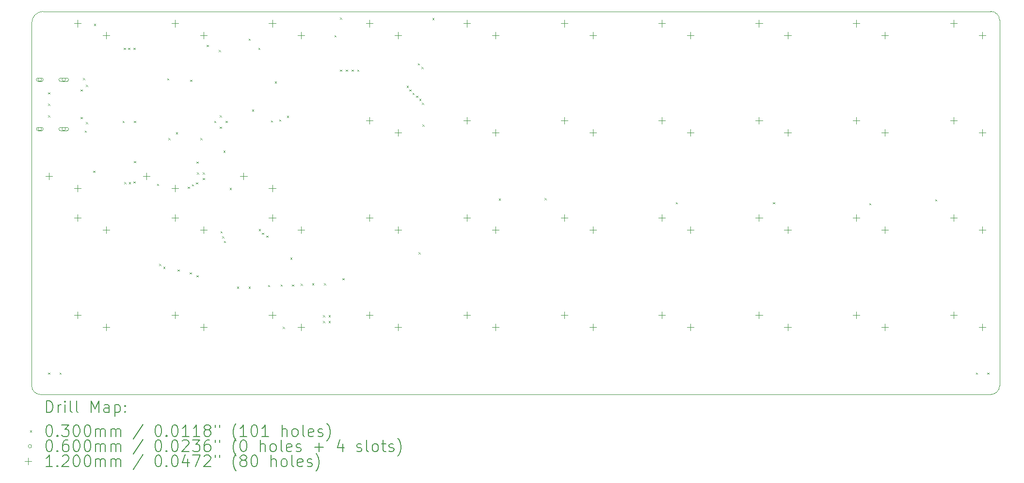
<source format=gbr>
%TF.GenerationSoftware,KiCad,Pcbnew,8.0.9-8.0.9-0~ubuntu22.04.1*%
%TF.CreationDate,2025-05-22T00:01:45+08:00*%
%TF.ProjectId,macropad,6d616372-6f70-4616-942e-6b696361645f,rev?*%
%TF.SameCoordinates,Original*%
%TF.FileFunction,Drillmap*%
%TF.FilePolarity,Positive*%
%FSLAX45Y45*%
G04 Gerber Fmt 4.5, Leading zero omitted, Abs format (unit mm)*
G04 Created by KiCad (PCBNEW 8.0.9-8.0.9-0~ubuntu22.04.1) date 2025-05-22 00:01:45*
%MOMM*%
%LPD*%
G01*
G04 APERTURE LIST*
%ADD10C,0.050000*%
%ADD11C,0.200000*%
%ADD12C,0.100000*%
%ADD13C,0.120000*%
G04 APERTURE END LIST*
D10*
X5450000Y-12470000D02*
G75*
G02*
X5300000Y-12320000I0J150000D01*
G01*
X5450000Y-12470000D02*
X22050000Y-12470000D01*
X22200000Y-12320000D02*
G75*
G02*
X22050000Y-12470000I-150000J0D01*
G01*
X22050000Y-5770000D02*
G75*
G02*
X22200000Y-5920000I0J-150000D01*
G01*
X5500000Y-5770000D02*
X22050000Y-5770000D01*
X5300000Y-5970000D02*
G75*
G02*
X5500000Y-5770000I200000J0D01*
G01*
X22200000Y-12320000D02*
X22200000Y-5920000D01*
X5300000Y-5970000D02*
X5300000Y-12320000D01*
D11*
D12*
X5585000Y-7185000D02*
X5615000Y-7215000D01*
X5615000Y-7185000D02*
X5585000Y-7215000D01*
X5585000Y-7385000D02*
X5615000Y-7415000D01*
X5615000Y-7385000D02*
X5585000Y-7415000D01*
X5585000Y-7585000D02*
X5615000Y-7615000D01*
X5615000Y-7585000D02*
X5585000Y-7615000D01*
X5585000Y-12085000D02*
X5615000Y-12115000D01*
X5615000Y-12085000D02*
X5585000Y-12115000D01*
X5785000Y-12085000D02*
X5815000Y-12115000D01*
X5815000Y-12085000D02*
X5785000Y-12115000D01*
X6155000Y-7135000D02*
X6185000Y-7165000D01*
X6185000Y-7135000D02*
X6155000Y-7165000D01*
X6155000Y-7615000D02*
X6185000Y-7645000D01*
X6185000Y-7615000D02*
X6155000Y-7645000D01*
X6195000Y-6935000D02*
X6225000Y-6965000D01*
X6225000Y-6935000D02*
X6195000Y-6965000D01*
X6225000Y-7855000D02*
X6255000Y-7885000D01*
X6255000Y-7855000D02*
X6225000Y-7885000D01*
X6245000Y-7055000D02*
X6275000Y-7085000D01*
X6275000Y-7055000D02*
X6245000Y-7085000D01*
X6245000Y-7705000D02*
X6275000Y-7735000D01*
X6275000Y-7705000D02*
X6245000Y-7735000D01*
X6375000Y-8555000D02*
X6405000Y-8585000D01*
X6405000Y-8555000D02*
X6375000Y-8585000D01*
X6385000Y-5985000D02*
X6415000Y-6015000D01*
X6415000Y-5985000D02*
X6385000Y-6015000D01*
X6885000Y-7685000D02*
X6915000Y-7715000D01*
X6915000Y-7685000D02*
X6885000Y-7715000D01*
X6905000Y-6405000D02*
X6935000Y-6435000D01*
X6935000Y-6405000D02*
X6905000Y-6435000D01*
X6915000Y-8755000D02*
X6945000Y-8785000D01*
X6945000Y-8755000D02*
X6915000Y-8785000D01*
X6985000Y-6405000D02*
X7015000Y-6435000D01*
X7015000Y-6405000D02*
X6985000Y-6435000D01*
X6995000Y-8755000D02*
X7025000Y-8785000D01*
X7025000Y-8755000D02*
X6995000Y-8785000D01*
X7075962Y-8744038D02*
X7105962Y-8774038D01*
X7105962Y-8744038D02*
X7075962Y-8774038D01*
X7075962Y-6405962D02*
X7105962Y-6435962D01*
X7105962Y-6405962D02*
X7075962Y-6435962D01*
X7085000Y-7685000D02*
X7115000Y-7715000D01*
X7115000Y-7685000D02*
X7085000Y-7715000D01*
X7085000Y-8385000D02*
X7115000Y-8415000D01*
X7115000Y-8385000D02*
X7085000Y-8415000D01*
X7485000Y-8785000D02*
X7515000Y-8815000D01*
X7515000Y-8785000D02*
X7485000Y-8815000D01*
X7525000Y-10185000D02*
X7555000Y-10215000D01*
X7555000Y-10185000D02*
X7525000Y-10215000D01*
X7595000Y-10235000D02*
X7625000Y-10265000D01*
X7625000Y-10235000D02*
X7595000Y-10265000D01*
X7666250Y-6940000D02*
X7696250Y-6970000D01*
X7696250Y-6940000D02*
X7666250Y-6970000D01*
X7685000Y-7985000D02*
X7715000Y-8015000D01*
X7715000Y-7985000D02*
X7685000Y-8015000D01*
X7815000Y-7885000D02*
X7845000Y-7915000D01*
X7845000Y-7885000D02*
X7815000Y-7915000D01*
X7845000Y-10285000D02*
X7875000Y-10315000D01*
X7875000Y-10285000D02*
X7845000Y-10315000D01*
X8025000Y-8835000D02*
X8055000Y-8865000D01*
X8055000Y-8835000D02*
X8025000Y-8865000D01*
X8060000Y-10335000D02*
X8090000Y-10365000D01*
X8090000Y-10335000D02*
X8060000Y-10365000D01*
X8065000Y-6965000D02*
X8095000Y-6995000D01*
X8095000Y-6965000D02*
X8065000Y-6995000D01*
X8095000Y-8795000D02*
X8125000Y-8825000D01*
X8125000Y-8795000D02*
X8095000Y-8825000D01*
X8166554Y-8759223D02*
X8196554Y-8789223D01*
X8196554Y-8759223D02*
X8166554Y-8789223D01*
X8175000Y-8395000D02*
X8205000Y-8425000D01*
X8205000Y-8395000D02*
X8175000Y-8425000D01*
X8175000Y-10385000D02*
X8205000Y-10415000D01*
X8205000Y-10385000D02*
X8175000Y-10415000D01*
X8185000Y-8585000D02*
X8215000Y-8615000D01*
X8215000Y-8585000D02*
X8185000Y-8615000D01*
X8245000Y-7985000D02*
X8275000Y-8015000D01*
X8275000Y-7985000D02*
X8245000Y-8015000D01*
X8285000Y-8585000D02*
X8315000Y-8615000D01*
X8315000Y-8585000D02*
X8285000Y-8615000D01*
X8285000Y-8685000D02*
X8315000Y-8715000D01*
X8315000Y-8685000D02*
X8285000Y-8715000D01*
X8355000Y-6355000D02*
X8385000Y-6385000D01*
X8385000Y-6355000D02*
X8355000Y-6385000D01*
X8485000Y-7685000D02*
X8515000Y-7715000D01*
X8515000Y-7685000D02*
X8485000Y-7715000D01*
X8565000Y-6445000D02*
X8595000Y-6475000D01*
X8595000Y-6445000D02*
X8565000Y-6475000D01*
X8585000Y-7585000D02*
X8615000Y-7615000D01*
X8615000Y-7585000D02*
X8585000Y-7615000D01*
X8585000Y-7785000D02*
X8615000Y-7815000D01*
X8615000Y-7785000D02*
X8585000Y-7815000D01*
X8595000Y-9615000D02*
X8625000Y-9645000D01*
X8625000Y-9615000D02*
X8595000Y-9645000D01*
X8625000Y-9705000D02*
X8655000Y-9735000D01*
X8655000Y-9705000D02*
X8625000Y-9735000D01*
X8645000Y-8205000D02*
X8675000Y-8235000D01*
X8675000Y-8205000D02*
X8645000Y-8235000D01*
X8656514Y-9785000D02*
X8686514Y-9815000D01*
X8686514Y-9785000D02*
X8656514Y-9815000D01*
X8685000Y-7685000D02*
X8715000Y-7715000D01*
X8715000Y-7685000D02*
X8685000Y-7715000D01*
X8755000Y-8855000D02*
X8785000Y-8885000D01*
X8785000Y-8855000D02*
X8755000Y-8885000D01*
X8885000Y-10585000D02*
X8915000Y-10615000D01*
X8915000Y-10585000D02*
X8885000Y-10615000D01*
X9085000Y-6245000D02*
X9115000Y-6275000D01*
X9115000Y-6245000D02*
X9085000Y-6275000D01*
X9085000Y-10585000D02*
X9115000Y-10615000D01*
X9115000Y-10585000D02*
X9085000Y-10615000D01*
X9145000Y-7485000D02*
X9175000Y-7515000D01*
X9175000Y-7485000D02*
X9145000Y-7515000D01*
X9255000Y-6405000D02*
X9285000Y-6435000D01*
X9285000Y-6405000D02*
X9255000Y-6435000D01*
X9263826Y-9575000D02*
X9293826Y-9605000D01*
X9293826Y-9575000D02*
X9263826Y-9605000D01*
X9321207Y-9640000D02*
X9351207Y-9670000D01*
X9351207Y-9640000D02*
X9321207Y-9670000D01*
X9393981Y-9690000D02*
X9423981Y-9720000D01*
X9423981Y-9690000D02*
X9393981Y-9720000D01*
X9425000Y-10555000D02*
X9455000Y-10585000D01*
X9455000Y-10555000D02*
X9425000Y-10585000D01*
X9475000Y-7675000D02*
X9505000Y-7705000D01*
X9505000Y-7675000D02*
X9475000Y-7705000D01*
X9545000Y-6995000D02*
X9575000Y-7025000D01*
X9575000Y-6995000D02*
X9545000Y-7025000D01*
X9622089Y-7657911D02*
X9652089Y-7687911D01*
X9652089Y-7657911D02*
X9622089Y-7687911D01*
X9645000Y-10545000D02*
X9675000Y-10575000D01*
X9675000Y-10545000D02*
X9645000Y-10575000D01*
X9685000Y-11285000D02*
X9715000Y-11315000D01*
X9715000Y-11285000D02*
X9685000Y-11315000D01*
X9755000Y-7595000D02*
X9785000Y-7625000D01*
X9785000Y-7595000D02*
X9755000Y-7625000D01*
X9815000Y-10075000D02*
X9845000Y-10105000D01*
X9845000Y-10075000D02*
X9815000Y-10105000D01*
X9845000Y-10545000D02*
X9875000Y-10575000D01*
X9875000Y-10545000D02*
X9845000Y-10575000D01*
X9995000Y-10535000D02*
X10025000Y-10565000D01*
X10025000Y-10535000D02*
X9995000Y-10565000D01*
X10195000Y-10525000D02*
X10225000Y-10555000D01*
X10225000Y-10525000D02*
X10195000Y-10555000D01*
X10385000Y-11085000D02*
X10415000Y-11115000D01*
X10415000Y-11085000D02*
X10385000Y-11115000D01*
X10385000Y-11185000D02*
X10415000Y-11215000D01*
X10415000Y-11185000D02*
X10385000Y-11215000D01*
X10405000Y-10525000D02*
X10435000Y-10555000D01*
X10435000Y-10525000D02*
X10405000Y-10555000D01*
X10485000Y-11085000D02*
X10515000Y-11115000D01*
X10515000Y-11085000D02*
X10485000Y-11115000D01*
X10485000Y-11185000D02*
X10515000Y-11215000D01*
X10515000Y-11185000D02*
X10485000Y-11215000D01*
X10585000Y-6185000D02*
X10615000Y-6215000D01*
X10615000Y-6185000D02*
X10585000Y-6215000D01*
X10685000Y-5875000D02*
X10715000Y-5905000D01*
X10715000Y-5875000D02*
X10685000Y-5905000D01*
X10685000Y-6785000D02*
X10715000Y-6815000D01*
X10715000Y-6785000D02*
X10685000Y-6815000D01*
X10725000Y-10435000D02*
X10755000Y-10465000D01*
X10755000Y-10435000D02*
X10725000Y-10465000D01*
X10785000Y-6785000D02*
X10815000Y-6815000D01*
X10815000Y-6785000D02*
X10785000Y-6815000D01*
X10885000Y-6785000D02*
X10915000Y-6815000D01*
X10915000Y-6785000D02*
X10885000Y-6815000D01*
X10985000Y-6785000D02*
X11015000Y-6815000D01*
X11015000Y-6785000D02*
X10985000Y-6815000D01*
X11845000Y-7070000D02*
X11875000Y-7100000D01*
X11875000Y-7070000D02*
X11845000Y-7100000D01*
X11895000Y-7135000D02*
X11925000Y-7165000D01*
X11925000Y-7135000D02*
X11895000Y-7165000D01*
X11947915Y-7195000D02*
X11977915Y-7225000D01*
X11977915Y-7195000D02*
X11947915Y-7225000D01*
X12010365Y-7245000D02*
X12040365Y-7275000D01*
X12040365Y-7245000D02*
X12010365Y-7275000D01*
X12040000Y-6675000D02*
X12070000Y-6705000D01*
X12070000Y-6675000D02*
X12040000Y-6705000D01*
X12055000Y-9985000D02*
X12085000Y-10015000D01*
X12085000Y-9985000D02*
X12055000Y-10015000D01*
X12068460Y-7300000D02*
X12098460Y-7330000D01*
X12098460Y-7300000D02*
X12068460Y-7330000D01*
X12105000Y-6740000D02*
X12135000Y-6770000D01*
X12135000Y-6740000D02*
X12105000Y-6770000D01*
X12115033Y-7365046D02*
X12145033Y-7395046D01*
X12145033Y-7365046D02*
X12115033Y-7395046D01*
X12120000Y-7747143D02*
X12150000Y-7777143D01*
X12150000Y-7747143D02*
X12120000Y-7777143D01*
X12295000Y-5885000D02*
X12325000Y-5915000D01*
X12325000Y-5885000D02*
X12295000Y-5915000D01*
X13455000Y-9045000D02*
X13485000Y-9075000D01*
X13485000Y-9045000D02*
X13455000Y-9075000D01*
X14255000Y-9035000D02*
X14285000Y-9065000D01*
X14285000Y-9035000D02*
X14255000Y-9065000D01*
X16545000Y-9105000D02*
X16575000Y-9135000D01*
X16575000Y-9105000D02*
X16545000Y-9135000D01*
X18245000Y-9105000D02*
X18275000Y-9135000D01*
X18275000Y-9105000D02*
X18245000Y-9135000D01*
X19925000Y-9125000D02*
X19955000Y-9155000D01*
X19955000Y-9125000D02*
X19925000Y-9155000D01*
X21075000Y-9055000D02*
X21105000Y-9085000D01*
X21105000Y-9055000D02*
X21075000Y-9085000D01*
X21785000Y-12085000D02*
X21815000Y-12115000D01*
X21815000Y-12085000D02*
X21785000Y-12115000D01*
X21985000Y-12085000D02*
X22015000Y-12115000D01*
X22015000Y-12085000D02*
X21985000Y-12115000D01*
X5470500Y-6963000D02*
G75*
G02*
X5410500Y-6963000I-30000J0D01*
G01*
X5410500Y-6963000D02*
G75*
G02*
X5470500Y-6963000I30000J0D01*
G01*
X5410500Y-6993000D02*
X5470500Y-6993000D01*
X5470500Y-6933000D02*
G75*
G02*
X5470500Y-6993000I0J-30000D01*
G01*
X5470500Y-6933000D02*
X5410500Y-6933000D01*
X5410500Y-6933000D02*
G75*
G03*
X5410500Y-6993000I0J-30000D01*
G01*
X5470500Y-7827000D02*
G75*
G02*
X5410500Y-7827000I-30000J0D01*
G01*
X5410500Y-7827000D02*
G75*
G02*
X5470500Y-7827000I30000J0D01*
G01*
X5410500Y-7857000D02*
X5470500Y-7857000D01*
X5470500Y-7797000D02*
G75*
G02*
X5470500Y-7857000I0J-30000D01*
G01*
X5470500Y-7797000D02*
X5410500Y-7797000D01*
X5410500Y-7797000D02*
G75*
G03*
X5410500Y-7857000I0J-30000D01*
G01*
X5888500Y-6963000D02*
G75*
G02*
X5828500Y-6963000I-30000J0D01*
G01*
X5828500Y-6963000D02*
G75*
G02*
X5888500Y-6963000I30000J0D01*
G01*
X5803500Y-6993000D02*
X5913500Y-6993000D01*
X5913500Y-6933000D02*
G75*
G02*
X5913500Y-6993000I0J-30000D01*
G01*
X5913500Y-6933000D02*
X5803500Y-6933000D01*
X5803500Y-6933000D02*
G75*
G03*
X5803500Y-6993000I0J-30000D01*
G01*
X5888500Y-7827000D02*
G75*
G02*
X5828500Y-7827000I-30000J0D01*
G01*
X5828500Y-7827000D02*
G75*
G02*
X5888500Y-7827000I30000J0D01*
G01*
X5803500Y-7857000D02*
X5913500Y-7857000D01*
X5913500Y-7797000D02*
G75*
G02*
X5913500Y-7857000I0J-30000D01*
G01*
X5913500Y-7797000D02*
X5803500Y-7797000D01*
X5803500Y-7797000D02*
G75*
G03*
X5803500Y-7857000I0J-30000D01*
G01*
D13*
X5600000Y-8590000D02*
X5600000Y-8710000D01*
X5540000Y-8650000D02*
X5660000Y-8650000D01*
X6100000Y-5920000D02*
X6100000Y-6040000D01*
X6040000Y-5980000D02*
X6160000Y-5980000D01*
X6100000Y-8800000D02*
X6100000Y-8920000D01*
X6040000Y-8860000D02*
X6160000Y-8860000D01*
X6100000Y-9320000D02*
X6100000Y-9440000D01*
X6040000Y-9380000D02*
X6160000Y-9380000D01*
X6100000Y-11020000D02*
X6100000Y-11140000D01*
X6040000Y-11080000D02*
X6160000Y-11080000D01*
X6600000Y-6130000D02*
X6600000Y-6250000D01*
X6540000Y-6190000D02*
X6660000Y-6190000D01*
X6600000Y-9530000D02*
X6600000Y-9650000D01*
X6540000Y-9590000D02*
X6660000Y-9590000D01*
X6600000Y-11230000D02*
X6600000Y-11350000D01*
X6540000Y-11290000D02*
X6660000Y-11290000D01*
X7300000Y-8590000D02*
X7300000Y-8710000D01*
X7240000Y-8650000D02*
X7360000Y-8650000D01*
X7800000Y-5920000D02*
X7800000Y-6040000D01*
X7740000Y-5980000D02*
X7860000Y-5980000D01*
X7800000Y-8800000D02*
X7800000Y-8920000D01*
X7740000Y-8860000D02*
X7860000Y-8860000D01*
X7800000Y-9320000D02*
X7800000Y-9440000D01*
X7740000Y-9380000D02*
X7860000Y-9380000D01*
X7800000Y-11020000D02*
X7800000Y-11140000D01*
X7740000Y-11080000D02*
X7860000Y-11080000D01*
X8300000Y-6130000D02*
X8300000Y-6250000D01*
X8240000Y-6190000D02*
X8360000Y-6190000D01*
X8300000Y-9530000D02*
X8300000Y-9650000D01*
X8240000Y-9590000D02*
X8360000Y-9590000D01*
X8300000Y-11230000D02*
X8300000Y-11350000D01*
X8240000Y-11290000D02*
X8360000Y-11290000D01*
X9000000Y-8590000D02*
X9000000Y-8710000D01*
X8940000Y-8650000D02*
X9060000Y-8650000D01*
X9500000Y-5920000D02*
X9500000Y-6040000D01*
X9440000Y-5980000D02*
X9560000Y-5980000D01*
X9500000Y-8800000D02*
X9500000Y-8920000D01*
X9440000Y-8860000D02*
X9560000Y-8860000D01*
X9500000Y-9320000D02*
X9500000Y-9440000D01*
X9440000Y-9380000D02*
X9560000Y-9380000D01*
X9500000Y-11020000D02*
X9500000Y-11140000D01*
X9440000Y-11080000D02*
X9560000Y-11080000D01*
X10000000Y-6130000D02*
X10000000Y-6250000D01*
X9940000Y-6190000D02*
X10060000Y-6190000D01*
X10000000Y-9530000D02*
X10000000Y-9650000D01*
X9940000Y-9590000D02*
X10060000Y-9590000D01*
X10000000Y-11230000D02*
X10000000Y-11350000D01*
X9940000Y-11290000D02*
X10060000Y-11290000D01*
X11200000Y-5920000D02*
X11200000Y-6040000D01*
X11140000Y-5980000D02*
X11260000Y-5980000D01*
X11200000Y-7620000D02*
X11200000Y-7740000D01*
X11140000Y-7680000D02*
X11260000Y-7680000D01*
X11200000Y-9320000D02*
X11200000Y-9440000D01*
X11140000Y-9380000D02*
X11260000Y-9380000D01*
X11200000Y-11020000D02*
X11200000Y-11140000D01*
X11140000Y-11080000D02*
X11260000Y-11080000D01*
X11700000Y-6130000D02*
X11700000Y-6250000D01*
X11640000Y-6190000D02*
X11760000Y-6190000D01*
X11700000Y-7830000D02*
X11700000Y-7950000D01*
X11640000Y-7890000D02*
X11760000Y-7890000D01*
X11700000Y-9530000D02*
X11700000Y-9650000D01*
X11640000Y-9590000D02*
X11760000Y-9590000D01*
X11700000Y-11230000D02*
X11700000Y-11350000D01*
X11640000Y-11290000D02*
X11760000Y-11290000D01*
X12900000Y-5920000D02*
X12900000Y-6040000D01*
X12840000Y-5980000D02*
X12960000Y-5980000D01*
X12900000Y-7620000D02*
X12900000Y-7740000D01*
X12840000Y-7680000D02*
X12960000Y-7680000D01*
X12900000Y-9320000D02*
X12900000Y-9440000D01*
X12840000Y-9380000D02*
X12960000Y-9380000D01*
X12900000Y-11020000D02*
X12900000Y-11140000D01*
X12840000Y-11080000D02*
X12960000Y-11080000D01*
X13400000Y-6130000D02*
X13400000Y-6250000D01*
X13340000Y-6190000D02*
X13460000Y-6190000D01*
X13400000Y-7830000D02*
X13400000Y-7950000D01*
X13340000Y-7890000D02*
X13460000Y-7890000D01*
X13400000Y-9530000D02*
X13400000Y-9650000D01*
X13340000Y-9590000D02*
X13460000Y-9590000D01*
X13400000Y-11230000D02*
X13400000Y-11350000D01*
X13340000Y-11290000D02*
X13460000Y-11290000D01*
X14600000Y-5920000D02*
X14600000Y-6040000D01*
X14540000Y-5980000D02*
X14660000Y-5980000D01*
X14600000Y-7620000D02*
X14600000Y-7740000D01*
X14540000Y-7680000D02*
X14660000Y-7680000D01*
X14600000Y-9320000D02*
X14600000Y-9440000D01*
X14540000Y-9380000D02*
X14660000Y-9380000D01*
X14600000Y-11020000D02*
X14600000Y-11140000D01*
X14540000Y-11080000D02*
X14660000Y-11080000D01*
X15100000Y-6130000D02*
X15100000Y-6250000D01*
X15040000Y-6190000D02*
X15160000Y-6190000D01*
X15100000Y-7830000D02*
X15100000Y-7950000D01*
X15040000Y-7890000D02*
X15160000Y-7890000D01*
X15100000Y-9530000D02*
X15100000Y-9650000D01*
X15040000Y-9590000D02*
X15160000Y-9590000D01*
X15100000Y-11230000D02*
X15100000Y-11350000D01*
X15040000Y-11290000D02*
X15160000Y-11290000D01*
X16300000Y-5920000D02*
X16300000Y-6040000D01*
X16240000Y-5980000D02*
X16360000Y-5980000D01*
X16300000Y-7620000D02*
X16300000Y-7740000D01*
X16240000Y-7680000D02*
X16360000Y-7680000D01*
X16300000Y-9320000D02*
X16300000Y-9440000D01*
X16240000Y-9380000D02*
X16360000Y-9380000D01*
X16300000Y-11020000D02*
X16300000Y-11140000D01*
X16240000Y-11080000D02*
X16360000Y-11080000D01*
X16800000Y-6130000D02*
X16800000Y-6250000D01*
X16740000Y-6190000D02*
X16860000Y-6190000D01*
X16800000Y-7830000D02*
X16800000Y-7950000D01*
X16740000Y-7890000D02*
X16860000Y-7890000D01*
X16800000Y-9530000D02*
X16800000Y-9650000D01*
X16740000Y-9590000D02*
X16860000Y-9590000D01*
X16800000Y-11230000D02*
X16800000Y-11350000D01*
X16740000Y-11290000D02*
X16860000Y-11290000D01*
X18000000Y-5920000D02*
X18000000Y-6040000D01*
X17940000Y-5980000D02*
X18060000Y-5980000D01*
X18000000Y-7620000D02*
X18000000Y-7740000D01*
X17940000Y-7680000D02*
X18060000Y-7680000D01*
X18000000Y-9320000D02*
X18000000Y-9440000D01*
X17940000Y-9380000D02*
X18060000Y-9380000D01*
X18000000Y-11020000D02*
X18000000Y-11140000D01*
X17940000Y-11080000D02*
X18060000Y-11080000D01*
X18500000Y-6130000D02*
X18500000Y-6250000D01*
X18440000Y-6190000D02*
X18560000Y-6190000D01*
X18500000Y-7830000D02*
X18500000Y-7950000D01*
X18440000Y-7890000D02*
X18560000Y-7890000D01*
X18500000Y-9530000D02*
X18500000Y-9650000D01*
X18440000Y-9590000D02*
X18560000Y-9590000D01*
X18500000Y-11230000D02*
X18500000Y-11350000D01*
X18440000Y-11290000D02*
X18560000Y-11290000D01*
X19700000Y-5920000D02*
X19700000Y-6040000D01*
X19640000Y-5980000D02*
X19760000Y-5980000D01*
X19700000Y-7620000D02*
X19700000Y-7740000D01*
X19640000Y-7680000D02*
X19760000Y-7680000D01*
X19700000Y-9320000D02*
X19700000Y-9440000D01*
X19640000Y-9380000D02*
X19760000Y-9380000D01*
X19700000Y-11020000D02*
X19700000Y-11140000D01*
X19640000Y-11080000D02*
X19760000Y-11080000D01*
X20200000Y-6130000D02*
X20200000Y-6250000D01*
X20140000Y-6190000D02*
X20260000Y-6190000D01*
X20200000Y-7830000D02*
X20200000Y-7950000D01*
X20140000Y-7890000D02*
X20260000Y-7890000D01*
X20200000Y-9530000D02*
X20200000Y-9650000D01*
X20140000Y-9590000D02*
X20260000Y-9590000D01*
X20200000Y-11230000D02*
X20200000Y-11350000D01*
X20140000Y-11290000D02*
X20260000Y-11290000D01*
X21400000Y-5920000D02*
X21400000Y-6040000D01*
X21340000Y-5980000D02*
X21460000Y-5980000D01*
X21400000Y-7620000D02*
X21400000Y-7740000D01*
X21340000Y-7680000D02*
X21460000Y-7680000D01*
X21400000Y-9320000D02*
X21400000Y-9440000D01*
X21340000Y-9380000D02*
X21460000Y-9380000D01*
X21400000Y-11020000D02*
X21400000Y-11140000D01*
X21340000Y-11080000D02*
X21460000Y-11080000D01*
X21900000Y-6130000D02*
X21900000Y-6250000D01*
X21840000Y-6190000D02*
X21960000Y-6190000D01*
X21900000Y-7830000D02*
X21900000Y-7950000D01*
X21840000Y-7890000D02*
X21960000Y-7890000D01*
X21900000Y-9530000D02*
X21900000Y-9650000D01*
X21840000Y-9590000D02*
X21960000Y-9590000D01*
X21900000Y-11230000D02*
X21900000Y-11350000D01*
X21840000Y-11290000D02*
X21960000Y-11290000D01*
D11*
X5558277Y-12783984D02*
X5558277Y-12583984D01*
X5558277Y-12583984D02*
X5605896Y-12583984D01*
X5605896Y-12583984D02*
X5634467Y-12593508D01*
X5634467Y-12593508D02*
X5653515Y-12612555D01*
X5653515Y-12612555D02*
X5663039Y-12631603D01*
X5663039Y-12631603D02*
X5672562Y-12669698D01*
X5672562Y-12669698D02*
X5672562Y-12698269D01*
X5672562Y-12698269D02*
X5663039Y-12736365D01*
X5663039Y-12736365D02*
X5653515Y-12755412D01*
X5653515Y-12755412D02*
X5634467Y-12774460D01*
X5634467Y-12774460D02*
X5605896Y-12783984D01*
X5605896Y-12783984D02*
X5558277Y-12783984D01*
X5758277Y-12783984D02*
X5758277Y-12650650D01*
X5758277Y-12688746D02*
X5767801Y-12669698D01*
X5767801Y-12669698D02*
X5777324Y-12660174D01*
X5777324Y-12660174D02*
X5796372Y-12650650D01*
X5796372Y-12650650D02*
X5815420Y-12650650D01*
X5882086Y-12783984D02*
X5882086Y-12650650D01*
X5882086Y-12583984D02*
X5872562Y-12593508D01*
X5872562Y-12593508D02*
X5882086Y-12603031D01*
X5882086Y-12603031D02*
X5891610Y-12593508D01*
X5891610Y-12593508D02*
X5882086Y-12583984D01*
X5882086Y-12583984D02*
X5882086Y-12603031D01*
X6005896Y-12783984D02*
X5986848Y-12774460D01*
X5986848Y-12774460D02*
X5977324Y-12755412D01*
X5977324Y-12755412D02*
X5977324Y-12583984D01*
X6110658Y-12783984D02*
X6091610Y-12774460D01*
X6091610Y-12774460D02*
X6082086Y-12755412D01*
X6082086Y-12755412D02*
X6082086Y-12583984D01*
X6339229Y-12783984D02*
X6339229Y-12583984D01*
X6339229Y-12583984D02*
X6405896Y-12726841D01*
X6405896Y-12726841D02*
X6472562Y-12583984D01*
X6472562Y-12583984D02*
X6472562Y-12783984D01*
X6653515Y-12783984D02*
X6653515Y-12679222D01*
X6653515Y-12679222D02*
X6643991Y-12660174D01*
X6643991Y-12660174D02*
X6624943Y-12650650D01*
X6624943Y-12650650D02*
X6586848Y-12650650D01*
X6586848Y-12650650D02*
X6567801Y-12660174D01*
X6653515Y-12774460D02*
X6634467Y-12783984D01*
X6634467Y-12783984D02*
X6586848Y-12783984D01*
X6586848Y-12783984D02*
X6567801Y-12774460D01*
X6567801Y-12774460D02*
X6558277Y-12755412D01*
X6558277Y-12755412D02*
X6558277Y-12736365D01*
X6558277Y-12736365D02*
X6567801Y-12717317D01*
X6567801Y-12717317D02*
X6586848Y-12707793D01*
X6586848Y-12707793D02*
X6634467Y-12707793D01*
X6634467Y-12707793D02*
X6653515Y-12698269D01*
X6748753Y-12650650D02*
X6748753Y-12850650D01*
X6748753Y-12660174D02*
X6767801Y-12650650D01*
X6767801Y-12650650D02*
X6805896Y-12650650D01*
X6805896Y-12650650D02*
X6824943Y-12660174D01*
X6824943Y-12660174D02*
X6834467Y-12669698D01*
X6834467Y-12669698D02*
X6843991Y-12688746D01*
X6843991Y-12688746D02*
X6843991Y-12745888D01*
X6843991Y-12745888D02*
X6834467Y-12764936D01*
X6834467Y-12764936D02*
X6824943Y-12774460D01*
X6824943Y-12774460D02*
X6805896Y-12783984D01*
X6805896Y-12783984D02*
X6767801Y-12783984D01*
X6767801Y-12783984D02*
X6748753Y-12774460D01*
X6929705Y-12764936D02*
X6939229Y-12774460D01*
X6939229Y-12774460D02*
X6929705Y-12783984D01*
X6929705Y-12783984D02*
X6920182Y-12774460D01*
X6920182Y-12774460D02*
X6929705Y-12764936D01*
X6929705Y-12764936D02*
X6929705Y-12783984D01*
X6929705Y-12660174D02*
X6939229Y-12669698D01*
X6939229Y-12669698D02*
X6929705Y-12679222D01*
X6929705Y-12679222D02*
X6920182Y-12669698D01*
X6920182Y-12669698D02*
X6929705Y-12660174D01*
X6929705Y-12660174D02*
X6929705Y-12679222D01*
D12*
X5267500Y-13097500D02*
X5297500Y-13127500D01*
X5297500Y-13097500D02*
X5267500Y-13127500D01*
D11*
X5596372Y-13003984D02*
X5615420Y-13003984D01*
X5615420Y-13003984D02*
X5634467Y-13013508D01*
X5634467Y-13013508D02*
X5643991Y-13023031D01*
X5643991Y-13023031D02*
X5653515Y-13042079D01*
X5653515Y-13042079D02*
X5663039Y-13080174D01*
X5663039Y-13080174D02*
X5663039Y-13127793D01*
X5663039Y-13127793D02*
X5653515Y-13165888D01*
X5653515Y-13165888D02*
X5643991Y-13184936D01*
X5643991Y-13184936D02*
X5634467Y-13194460D01*
X5634467Y-13194460D02*
X5615420Y-13203984D01*
X5615420Y-13203984D02*
X5596372Y-13203984D01*
X5596372Y-13203984D02*
X5577324Y-13194460D01*
X5577324Y-13194460D02*
X5567801Y-13184936D01*
X5567801Y-13184936D02*
X5558277Y-13165888D01*
X5558277Y-13165888D02*
X5548753Y-13127793D01*
X5548753Y-13127793D02*
X5548753Y-13080174D01*
X5548753Y-13080174D02*
X5558277Y-13042079D01*
X5558277Y-13042079D02*
X5567801Y-13023031D01*
X5567801Y-13023031D02*
X5577324Y-13013508D01*
X5577324Y-13013508D02*
X5596372Y-13003984D01*
X5748753Y-13184936D02*
X5758277Y-13194460D01*
X5758277Y-13194460D02*
X5748753Y-13203984D01*
X5748753Y-13203984D02*
X5739229Y-13194460D01*
X5739229Y-13194460D02*
X5748753Y-13184936D01*
X5748753Y-13184936D02*
X5748753Y-13203984D01*
X5824943Y-13003984D02*
X5948753Y-13003984D01*
X5948753Y-13003984D02*
X5882086Y-13080174D01*
X5882086Y-13080174D02*
X5910658Y-13080174D01*
X5910658Y-13080174D02*
X5929705Y-13089698D01*
X5929705Y-13089698D02*
X5939229Y-13099222D01*
X5939229Y-13099222D02*
X5948753Y-13118269D01*
X5948753Y-13118269D02*
X5948753Y-13165888D01*
X5948753Y-13165888D02*
X5939229Y-13184936D01*
X5939229Y-13184936D02*
X5929705Y-13194460D01*
X5929705Y-13194460D02*
X5910658Y-13203984D01*
X5910658Y-13203984D02*
X5853515Y-13203984D01*
X5853515Y-13203984D02*
X5834467Y-13194460D01*
X5834467Y-13194460D02*
X5824943Y-13184936D01*
X6072562Y-13003984D02*
X6091610Y-13003984D01*
X6091610Y-13003984D02*
X6110658Y-13013508D01*
X6110658Y-13013508D02*
X6120182Y-13023031D01*
X6120182Y-13023031D02*
X6129705Y-13042079D01*
X6129705Y-13042079D02*
X6139229Y-13080174D01*
X6139229Y-13080174D02*
X6139229Y-13127793D01*
X6139229Y-13127793D02*
X6129705Y-13165888D01*
X6129705Y-13165888D02*
X6120182Y-13184936D01*
X6120182Y-13184936D02*
X6110658Y-13194460D01*
X6110658Y-13194460D02*
X6091610Y-13203984D01*
X6091610Y-13203984D02*
X6072562Y-13203984D01*
X6072562Y-13203984D02*
X6053515Y-13194460D01*
X6053515Y-13194460D02*
X6043991Y-13184936D01*
X6043991Y-13184936D02*
X6034467Y-13165888D01*
X6034467Y-13165888D02*
X6024943Y-13127793D01*
X6024943Y-13127793D02*
X6024943Y-13080174D01*
X6024943Y-13080174D02*
X6034467Y-13042079D01*
X6034467Y-13042079D02*
X6043991Y-13023031D01*
X6043991Y-13023031D02*
X6053515Y-13013508D01*
X6053515Y-13013508D02*
X6072562Y-13003984D01*
X6263039Y-13003984D02*
X6282086Y-13003984D01*
X6282086Y-13003984D02*
X6301134Y-13013508D01*
X6301134Y-13013508D02*
X6310658Y-13023031D01*
X6310658Y-13023031D02*
X6320182Y-13042079D01*
X6320182Y-13042079D02*
X6329705Y-13080174D01*
X6329705Y-13080174D02*
X6329705Y-13127793D01*
X6329705Y-13127793D02*
X6320182Y-13165888D01*
X6320182Y-13165888D02*
X6310658Y-13184936D01*
X6310658Y-13184936D02*
X6301134Y-13194460D01*
X6301134Y-13194460D02*
X6282086Y-13203984D01*
X6282086Y-13203984D02*
X6263039Y-13203984D01*
X6263039Y-13203984D02*
X6243991Y-13194460D01*
X6243991Y-13194460D02*
X6234467Y-13184936D01*
X6234467Y-13184936D02*
X6224943Y-13165888D01*
X6224943Y-13165888D02*
X6215420Y-13127793D01*
X6215420Y-13127793D02*
X6215420Y-13080174D01*
X6215420Y-13080174D02*
X6224943Y-13042079D01*
X6224943Y-13042079D02*
X6234467Y-13023031D01*
X6234467Y-13023031D02*
X6243991Y-13013508D01*
X6243991Y-13013508D02*
X6263039Y-13003984D01*
X6415420Y-13203984D02*
X6415420Y-13070650D01*
X6415420Y-13089698D02*
X6424943Y-13080174D01*
X6424943Y-13080174D02*
X6443991Y-13070650D01*
X6443991Y-13070650D02*
X6472563Y-13070650D01*
X6472563Y-13070650D02*
X6491610Y-13080174D01*
X6491610Y-13080174D02*
X6501134Y-13099222D01*
X6501134Y-13099222D02*
X6501134Y-13203984D01*
X6501134Y-13099222D02*
X6510658Y-13080174D01*
X6510658Y-13080174D02*
X6529705Y-13070650D01*
X6529705Y-13070650D02*
X6558277Y-13070650D01*
X6558277Y-13070650D02*
X6577324Y-13080174D01*
X6577324Y-13080174D02*
X6586848Y-13099222D01*
X6586848Y-13099222D02*
X6586848Y-13203984D01*
X6682086Y-13203984D02*
X6682086Y-13070650D01*
X6682086Y-13089698D02*
X6691610Y-13080174D01*
X6691610Y-13080174D02*
X6710658Y-13070650D01*
X6710658Y-13070650D02*
X6739229Y-13070650D01*
X6739229Y-13070650D02*
X6758277Y-13080174D01*
X6758277Y-13080174D02*
X6767801Y-13099222D01*
X6767801Y-13099222D02*
X6767801Y-13203984D01*
X6767801Y-13099222D02*
X6777324Y-13080174D01*
X6777324Y-13080174D02*
X6796372Y-13070650D01*
X6796372Y-13070650D02*
X6824943Y-13070650D01*
X6824943Y-13070650D02*
X6843991Y-13080174D01*
X6843991Y-13080174D02*
X6853515Y-13099222D01*
X6853515Y-13099222D02*
X6853515Y-13203984D01*
X7243991Y-12994460D02*
X7072563Y-13251603D01*
X7501134Y-13003984D02*
X7520182Y-13003984D01*
X7520182Y-13003984D02*
X7539229Y-13013508D01*
X7539229Y-13013508D02*
X7548753Y-13023031D01*
X7548753Y-13023031D02*
X7558277Y-13042079D01*
X7558277Y-13042079D02*
X7567801Y-13080174D01*
X7567801Y-13080174D02*
X7567801Y-13127793D01*
X7567801Y-13127793D02*
X7558277Y-13165888D01*
X7558277Y-13165888D02*
X7548753Y-13184936D01*
X7548753Y-13184936D02*
X7539229Y-13194460D01*
X7539229Y-13194460D02*
X7520182Y-13203984D01*
X7520182Y-13203984D02*
X7501134Y-13203984D01*
X7501134Y-13203984D02*
X7482086Y-13194460D01*
X7482086Y-13194460D02*
X7472563Y-13184936D01*
X7472563Y-13184936D02*
X7463039Y-13165888D01*
X7463039Y-13165888D02*
X7453515Y-13127793D01*
X7453515Y-13127793D02*
X7453515Y-13080174D01*
X7453515Y-13080174D02*
X7463039Y-13042079D01*
X7463039Y-13042079D02*
X7472563Y-13023031D01*
X7472563Y-13023031D02*
X7482086Y-13013508D01*
X7482086Y-13013508D02*
X7501134Y-13003984D01*
X7653515Y-13184936D02*
X7663039Y-13194460D01*
X7663039Y-13194460D02*
X7653515Y-13203984D01*
X7653515Y-13203984D02*
X7643991Y-13194460D01*
X7643991Y-13194460D02*
X7653515Y-13184936D01*
X7653515Y-13184936D02*
X7653515Y-13203984D01*
X7786848Y-13003984D02*
X7805896Y-13003984D01*
X7805896Y-13003984D02*
X7824944Y-13013508D01*
X7824944Y-13013508D02*
X7834467Y-13023031D01*
X7834467Y-13023031D02*
X7843991Y-13042079D01*
X7843991Y-13042079D02*
X7853515Y-13080174D01*
X7853515Y-13080174D02*
X7853515Y-13127793D01*
X7853515Y-13127793D02*
X7843991Y-13165888D01*
X7843991Y-13165888D02*
X7834467Y-13184936D01*
X7834467Y-13184936D02*
X7824944Y-13194460D01*
X7824944Y-13194460D02*
X7805896Y-13203984D01*
X7805896Y-13203984D02*
X7786848Y-13203984D01*
X7786848Y-13203984D02*
X7767801Y-13194460D01*
X7767801Y-13194460D02*
X7758277Y-13184936D01*
X7758277Y-13184936D02*
X7748753Y-13165888D01*
X7748753Y-13165888D02*
X7739229Y-13127793D01*
X7739229Y-13127793D02*
X7739229Y-13080174D01*
X7739229Y-13080174D02*
X7748753Y-13042079D01*
X7748753Y-13042079D02*
X7758277Y-13023031D01*
X7758277Y-13023031D02*
X7767801Y-13013508D01*
X7767801Y-13013508D02*
X7786848Y-13003984D01*
X8043991Y-13203984D02*
X7929706Y-13203984D01*
X7986848Y-13203984D02*
X7986848Y-13003984D01*
X7986848Y-13003984D02*
X7967801Y-13032555D01*
X7967801Y-13032555D02*
X7948753Y-13051603D01*
X7948753Y-13051603D02*
X7929706Y-13061127D01*
X8234467Y-13203984D02*
X8120182Y-13203984D01*
X8177325Y-13203984D02*
X8177325Y-13003984D01*
X8177325Y-13003984D02*
X8158277Y-13032555D01*
X8158277Y-13032555D02*
X8139229Y-13051603D01*
X8139229Y-13051603D02*
X8120182Y-13061127D01*
X8348753Y-13089698D02*
X8329706Y-13080174D01*
X8329706Y-13080174D02*
X8320182Y-13070650D01*
X8320182Y-13070650D02*
X8310658Y-13051603D01*
X8310658Y-13051603D02*
X8310658Y-13042079D01*
X8310658Y-13042079D02*
X8320182Y-13023031D01*
X8320182Y-13023031D02*
X8329706Y-13013508D01*
X8329706Y-13013508D02*
X8348753Y-13003984D01*
X8348753Y-13003984D02*
X8386848Y-13003984D01*
X8386848Y-13003984D02*
X8405896Y-13013508D01*
X8405896Y-13013508D02*
X8415420Y-13023031D01*
X8415420Y-13023031D02*
X8424944Y-13042079D01*
X8424944Y-13042079D02*
X8424944Y-13051603D01*
X8424944Y-13051603D02*
X8415420Y-13070650D01*
X8415420Y-13070650D02*
X8405896Y-13080174D01*
X8405896Y-13080174D02*
X8386848Y-13089698D01*
X8386848Y-13089698D02*
X8348753Y-13089698D01*
X8348753Y-13089698D02*
X8329706Y-13099222D01*
X8329706Y-13099222D02*
X8320182Y-13108746D01*
X8320182Y-13108746D02*
X8310658Y-13127793D01*
X8310658Y-13127793D02*
X8310658Y-13165888D01*
X8310658Y-13165888D02*
X8320182Y-13184936D01*
X8320182Y-13184936D02*
X8329706Y-13194460D01*
X8329706Y-13194460D02*
X8348753Y-13203984D01*
X8348753Y-13203984D02*
X8386848Y-13203984D01*
X8386848Y-13203984D02*
X8405896Y-13194460D01*
X8405896Y-13194460D02*
X8415420Y-13184936D01*
X8415420Y-13184936D02*
X8424944Y-13165888D01*
X8424944Y-13165888D02*
X8424944Y-13127793D01*
X8424944Y-13127793D02*
X8415420Y-13108746D01*
X8415420Y-13108746D02*
X8405896Y-13099222D01*
X8405896Y-13099222D02*
X8386848Y-13089698D01*
X8501134Y-13003984D02*
X8501134Y-13042079D01*
X8577325Y-13003984D02*
X8577325Y-13042079D01*
X8872563Y-13280174D02*
X8863039Y-13270650D01*
X8863039Y-13270650D02*
X8843991Y-13242079D01*
X8843991Y-13242079D02*
X8834468Y-13223031D01*
X8834468Y-13223031D02*
X8824944Y-13194460D01*
X8824944Y-13194460D02*
X8815420Y-13146841D01*
X8815420Y-13146841D02*
X8815420Y-13108746D01*
X8815420Y-13108746D02*
X8824944Y-13061127D01*
X8824944Y-13061127D02*
X8834468Y-13032555D01*
X8834468Y-13032555D02*
X8843991Y-13013508D01*
X8843991Y-13013508D02*
X8863039Y-12984936D01*
X8863039Y-12984936D02*
X8872563Y-12975412D01*
X9053515Y-13203984D02*
X8939230Y-13203984D01*
X8996372Y-13203984D02*
X8996372Y-13003984D01*
X8996372Y-13003984D02*
X8977325Y-13032555D01*
X8977325Y-13032555D02*
X8958277Y-13051603D01*
X8958277Y-13051603D02*
X8939230Y-13061127D01*
X9177325Y-13003984D02*
X9196372Y-13003984D01*
X9196372Y-13003984D02*
X9215420Y-13013508D01*
X9215420Y-13013508D02*
X9224944Y-13023031D01*
X9224944Y-13023031D02*
X9234468Y-13042079D01*
X9234468Y-13042079D02*
X9243991Y-13080174D01*
X9243991Y-13080174D02*
X9243991Y-13127793D01*
X9243991Y-13127793D02*
X9234468Y-13165888D01*
X9234468Y-13165888D02*
X9224944Y-13184936D01*
X9224944Y-13184936D02*
X9215420Y-13194460D01*
X9215420Y-13194460D02*
X9196372Y-13203984D01*
X9196372Y-13203984D02*
X9177325Y-13203984D01*
X9177325Y-13203984D02*
X9158277Y-13194460D01*
X9158277Y-13194460D02*
X9148753Y-13184936D01*
X9148753Y-13184936D02*
X9139230Y-13165888D01*
X9139230Y-13165888D02*
X9129706Y-13127793D01*
X9129706Y-13127793D02*
X9129706Y-13080174D01*
X9129706Y-13080174D02*
X9139230Y-13042079D01*
X9139230Y-13042079D02*
X9148753Y-13023031D01*
X9148753Y-13023031D02*
X9158277Y-13013508D01*
X9158277Y-13013508D02*
X9177325Y-13003984D01*
X9434468Y-13203984D02*
X9320182Y-13203984D01*
X9377325Y-13203984D02*
X9377325Y-13003984D01*
X9377325Y-13003984D02*
X9358277Y-13032555D01*
X9358277Y-13032555D02*
X9339230Y-13051603D01*
X9339230Y-13051603D02*
X9320182Y-13061127D01*
X9672563Y-13203984D02*
X9672563Y-13003984D01*
X9758277Y-13203984D02*
X9758277Y-13099222D01*
X9758277Y-13099222D02*
X9748753Y-13080174D01*
X9748753Y-13080174D02*
X9729706Y-13070650D01*
X9729706Y-13070650D02*
X9701134Y-13070650D01*
X9701134Y-13070650D02*
X9682087Y-13080174D01*
X9682087Y-13080174D02*
X9672563Y-13089698D01*
X9882087Y-13203984D02*
X9863039Y-13194460D01*
X9863039Y-13194460D02*
X9853515Y-13184936D01*
X9853515Y-13184936D02*
X9843992Y-13165888D01*
X9843992Y-13165888D02*
X9843992Y-13108746D01*
X9843992Y-13108746D02*
X9853515Y-13089698D01*
X9853515Y-13089698D02*
X9863039Y-13080174D01*
X9863039Y-13080174D02*
X9882087Y-13070650D01*
X9882087Y-13070650D02*
X9910658Y-13070650D01*
X9910658Y-13070650D02*
X9929706Y-13080174D01*
X9929706Y-13080174D02*
X9939230Y-13089698D01*
X9939230Y-13089698D02*
X9948753Y-13108746D01*
X9948753Y-13108746D02*
X9948753Y-13165888D01*
X9948753Y-13165888D02*
X9939230Y-13184936D01*
X9939230Y-13184936D02*
X9929706Y-13194460D01*
X9929706Y-13194460D02*
X9910658Y-13203984D01*
X9910658Y-13203984D02*
X9882087Y-13203984D01*
X10063039Y-13203984D02*
X10043992Y-13194460D01*
X10043992Y-13194460D02*
X10034468Y-13175412D01*
X10034468Y-13175412D02*
X10034468Y-13003984D01*
X10215420Y-13194460D02*
X10196373Y-13203984D01*
X10196373Y-13203984D02*
X10158277Y-13203984D01*
X10158277Y-13203984D02*
X10139230Y-13194460D01*
X10139230Y-13194460D02*
X10129706Y-13175412D01*
X10129706Y-13175412D02*
X10129706Y-13099222D01*
X10129706Y-13099222D02*
X10139230Y-13080174D01*
X10139230Y-13080174D02*
X10158277Y-13070650D01*
X10158277Y-13070650D02*
X10196373Y-13070650D01*
X10196373Y-13070650D02*
X10215420Y-13080174D01*
X10215420Y-13080174D02*
X10224944Y-13099222D01*
X10224944Y-13099222D02*
X10224944Y-13118269D01*
X10224944Y-13118269D02*
X10129706Y-13137317D01*
X10301134Y-13194460D02*
X10320182Y-13203984D01*
X10320182Y-13203984D02*
X10358277Y-13203984D01*
X10358277Y-13203984D02*
X10377325Y-13194460D01*
X10377325Y-13194460D02*
X10386849Y-13175412D01*
X10386849Y-13175412D02*
X10386849Y-13165888D01*
X10386849Y-13165888D02*
X10377325Y-13146841D01*
X10377325Y-13146841D02*
X10358277Y-13137317D01*
X10358277Y-13137317D02*
X10329706Y-13137317D01*
X10329706Y-13137317D02*
X10310658Y-13127793D01*
X10310658Y-13127793D02*
X10301134Y-13108746D01*
X10301134Y-13108746D02*
X10301134Y-13099222D01*
X10301134Y-13099222D02*
X10310658Y-13080174D01*
X10310658Y-13080174D02*
X10329706Y-13070650D01*
X10329706Y-13070650D02*
X10358277Y-13070650D01*
X10358277Y-13070650D02*
X10377325Y-13080174D01*
X10453515Y-13280174D02*
X10463039Y-13270650D01*
X10463039Y-13270650D02*
X10482087Y-13242079D01*
X10482087Y-13242079D02*
X10491611Y-13223031D01*
X10491611Y-13223031D02*
X10501134Y-13194460D01*
X10501134Y-13194460D02*
X10510658Y-13146841D01*
X10510658Y-13146841D02*
X10510658Y-13108746D01*
X10510658Y-13108746D02*
X10501134Y-13061127D01*
X10501134Y-13061127D02*
X10491611Y-13032555D01*
X10491611Y-13032555D02*
X10482087Y-13013508D01*
X10482087Y-13013508D02*
X10463039Y-12984936D01*
X10463039Y-12984936D02*
X10453515Y-12975412D01*
D12*
X5297500Y-13376500D02*
G75*
G02*
X5237500Y-13376500I-30000J0D01*
G01*
X5237500Y-13376500D02*
G75*
G02*
X5297500Y-13376500I30000J0D01*
G01*
D11*
X5596372Y-13267984D02*
X5615420Y-13267984D01*
X5615420Y-13267984D02*
X5634467Y-13277508D01*
X5634467Y-13277508D02*
X5643991Y-13287031D01*
X5643991Y-13287031D02*
X5653515Y-13306079D01*
X5653515Y-13306079D02*
X5663039Y-13344174D01*
X5663039Y-13344174D02*
X5663039Y-13391793D01*
X5663039Y-13391793D02*
X5653515Y-13429888D01*
X5653515Y-13429888D02*
X5643991Y-13448936D01*
X5643991Y-13448936D02*
X5634467Y-13458460D01*
X5634467Y-13458460D02*
X5615420Y-13467984D01*
X5615420Y-13467984D02*
X5596372Y-13467984D01*
X5596372Y-13467984D02*
X5577324Y-13458460D01*
X5577324Y-13458460D02*
X5567801Y-13448936D01*
X5567801Y-13448936D02*
X5558277Y-13429888D01*
X5558277Y-13429888D02*
X5548753Y-13391793D01*
X5548753Y-13391793D02*
X5548753Y-13344174D01*
X5548753Y-13344174D02*
X5558277Y-13306079D01*
X5558277Y-13306079D02*
X5567801Y-13287031D01*
X5567801Y-13287031D02*
X5577324Y-13277508D01*
X5577324Y-13277508D02*
X5596372Y-13267984D01*
X5748753Y-13448936D02*
X5758277Y-13458460D01*
X5758277Y-13458460D02*
X5748753Y-13467984D01*
X5748753Y-13467984D02*
X5739229Y-13458460D01*
X5739229Y-13458460D02*
X5748753Y-13448936D01*
X5748753Y-13448936D02*
X5748753Y-13467984D01*
X5929705Y-13267984D02*
X5891610Y-13267984D01*
X5891610Y-13267984D02*
X5872562Y-13277508D01*
X5872562Y-13277508D02*
X5863039Y-13287031D01*
X5863039Y-13287031D02*
X5843991Y-13315603D01*
X5843991Y-13315603D02*
X5834467Y-13353698D01*
X5834467Y-13353698D02*
X5834467Y-13429888D01*
X5834467Y-13429888D02*
X5843991Y-13448936D01*
X5843991Y-13448936D02*
X5853515Y-13458460D01*
X5853515Y-13458460D02*
X5872562Y-13467984D01*
X5872562Y-13467984D02*
X5910658Y-13467984D01*
X5910658Y-13467984D02*
X5929705Y-13458460D01*
X5929705Y-13458460D02*
X5939229Y-13448936D01*
X5939229Y-13448936D02*
X5948753Y-13429888D01*
X5948753Y-13429888D02*
X5948753Y-13382269D01*
X5948753Y-13382269D02*
X5939229Y-13363222D01*
X5939229Y-13363222D02*
X5929705Y-13353698D01*
X5929705Y-13353698D02*
X5910658Y-13344174D01*
X5910658Y-13344174D02*
X5872562Y-13344174D01*
X5872562Y-13344174D02*
X5853515Y-13353698D01*
X5853515Y-13353698D02*
X5843991Y-13363222D01*
X5843991Y-13363222D02*
X5834467Y-13382269D01*
X6072562Y-13267984D02*
X6091610Y-13267984D01*
X6091610Y-13267984D02*
X6110658Y-13277508D01*
X6110658Y-13277508D02*
X6120182Y-13287031D01*
X6120182Y-13287031D02*
X6129705Y-13306079D01*
X6129705Y-13306079D02*
X6139229Y-13344174D01*
X6139229Y-13344174D02*
X6139229Y-13391793D01*
X6139229Y-13391793D02*
X6129705Y-13429888D01*
X6129705Y-13429888D02*
X6120182Y-13448936D01*
X6120182Y-13448936D02*
X6110658Y-13458460D01*
X6110658Y-13458460D02*
X6091610Y-13467984D01*
X6091610Y-13467984D02*
X6072562Y-13467984D01*
X6072562Y-13467984D02*
X6053515Y-13458460D01*
X6053515Y-13458460D02*
X6043991Y-13448936D01*
X6043991Y-13448936D02*
X6034467Y-13429888D01*
X6034467Y-13429888D02*
X6024943Y-13391793D01*
X6024943Y-13391793D02*
X6024943Y-13344174D01*
X6024943Y-13344174D02*
X6034467Y-13306079D01*
X6034467Y-13306079D02*
X6043991Y-13287031D01*
X6043991Y-13287031D02*
X6053515Y-13277508D01*
X6053515Y-13277508D02*
X6072562Y-13267984D01*
X6263039Y-13267984D02*
X6282086Y-13267984D01*
X6282086Y-13267984D02*
X6301134Y-13277508D01*
X6301134Y-13277508D02*
X6310658Y-13287031D01*
X6310658Y-13287031D02*
X6320182Y-13306079D01*
X6320182Y-13306079D02*
X6329705Y-13344174D01*
X6329705Y-13344174D02*
X6329705Y-13391793D01*
X6329705Y-13391793D02*
X6320182Y-13429888D01*
X6320182Y-13429888D02*
X6310658Y-13448936D01*
X6310658Y-13448936D02*
X6301134Y-13458460D01*
X6301134Y-13458460D02*
X6282086Y-13467984D01*
X6282086Y-13467984D02*
X6263039Y-13467984D01*
X6263039Y-13467984D02*
X6243991Y-13458460D01*
X6243991Y-13458460D02*
X6234467Y-13448936D01*
X6234467Y-13448936D02*
X6224943Y-13429888D01*
X6224943Y-13429888D02*
X6215420Y-13391793D01*
X6215420Y-13391793D02*
X6215420Y-13344174D01*
X6215420Y-13344174D02*
X6224943Y-13306079D01*
X6224943Y-13306079D02*
X6234467Y-13287031D01*
X6234467Y-13287031D02*
X6243991Y-13277508D01*
X6243991Y-13277508D02*
X6263039Y-13267984D01*
X6415420Y-13467984D02*
X6415420Y-13334650D01*
X6415420Y-13353698D02*
X6424943Y-13344174D01*
X6424943Y-13344174D02*
X6443991Y-13334650D01*
X6443991Y-13334650D02*
X6472563Y-13334650D01*
X6472563Y-13334650D02*
X6491610Y-13344174D01*
X6491610Y-13344174D02*
X6501134Y-13363222D01*
X6501134Y-13363222D02*
X6501134Y-13467984D01*
X6501134Y-13363222D02*
X6510658Y-13344174D01*
X6510658Y-13344174D02*
X6529705Y-13334650D01*
X6529705Y-13334650D02*
X6558277Y-13334650D01*
X6558277Y-13334650D02*
X6577324Y-13344174D01*
X6577324Y-13344174D02*
X6586848Y-13363222D01*
X6586848Y-13363222D02*
X6586848Y-13467984D01*
X6682086Y-13467984D02*
X6682086Y-13334650D01*
X6682086Y-13353698D02*
X6691610Y-13344174D01*
X6691610Y-13344174D02*
X6710658Y-13334650D01*
X6710658Y-13334650D02*
X6739229Y-13334650D01*
X6739229Y-13334650D02*
X6758277Y-13344174D01*
X6758277Y-13344174D02*
X6767801Y-13363222D01*
X6767801Y-13363222D02*
X6767801Y-13467984D01*
X6767801Y-13363222D02*
X6777324Y-13344174D01*
X6777324Y-13344174D02*
X6796372Y-13334650D01*
X6796372Y-13334650D02*
X6824943Y-13334650D01*
X6824943Y-13334650D02*
X6843991Y-13344174D01*
X6843991Y-13344174D02*
X6853515Y-13363222D01*
X6853515Y-13363222D02*
X6853515Y-13467984D01*
X7243991Y-13258460D02*
X7072563Y-13515603D01*
X7501134Y-13267984D02*
X7520182Y-13267984D01*
X7520182Y-13267984D02*
X7539229Y-13277508D01*
X7539229Y-13277508D02*
X7548753Y-13287031D01*
X7548753Y-13287031D02*
X7558277Y-13306079D01*
X7558277Y-13306079D02*
X7567801Y-13344174D01*
X7567801Y-13344174D02*
X7567801Y-13391793D01*
X7567801Y-13391793D02*
X7558277Y-13429888D01*
X7558277Y-13429888D02*
X7548753Y-13448936D01*
X7548753Y-13448936D02*
X7539229Y-13458460D01*
X7539229Y-13458460D02*
X7520182Y-13467984D01*
X7520182Y-13467984D02*
X7501134Y-13467984D01*
X7501134Y-13467984D02*
X7482086Y-13458460D01*
X7482086Y-13458460D02*
X7472563Y-13448936D01*
X7472563Y-13448936D02*
X7463039Y-13429888D01*
X7463039Y-13429888D02*
X7453515Y-13391793D01*
X7453515Y-13391793D02*
X7453515Y-13344174D01*
X7453515Y-13344174D02*
X7463039Y-13306079D01*
X7463039Y-13306079D02*
X7472563Y-13287031D01*
X7472563Y-13287031D02*
X7482086Y-13277508D01*
X7482086Y-13277508D02*
X7501134Y-13267984D01*
X7653515Y-13448936D02*
X7663039Y-13458460D01*
X7663039Y-13458460D02*
X7653515Y-13467984D01*
X7653515Y-13467984D02*
X7643991Y-13458460D01*
X7643991Y-13458460D02*
X7653515Y-13448936D01*
X7653515Y-13448936D02*
X7653515Y-13467984D01*
X7786848Y-13267984D02*
X7805896Y-13267984D01*
X7805896Y-13267984D02*
X7824944Y-13277508D01*
X7824944Y-13277508D02*
X7834467Y-13287031D01*
X7834467Y-13287031D02*
X7843991Y-13306079D01*
X7843991Y-13306079D02*
X7853515Y-13344174D01*
X7853515Y-13344174D02*
X7853515Y-13391793D01*
X7853515Y-13391793D02*
X7843991Y-13429888D01*
X7843991Y-13429888D02*
X7834467Y-13448936D01*
X7834467Y-13448936D02*
X7824944Y-13458460D01*
X7824944Y-13458460D02*
X7805896Y-13467984D01*
X7805896Y-13467984D02*
X7786848Y-13467984D01*
X7786848Y-13467984D02*
X7767801Y-13458460D01*
X7767801Y-13458460D02*
X7758277Y-13448936D01*
X7758277Y-13448936D02*
X7748753Y-13429888D01*
X7748753Y-13429888D02*
X7739229Y-13391793D01*
X7739229Y-13391793D02*
X7739229Y-13344174D01*
X7739229Y-13344174D02*
X7748753Y-13306079D01*
X7748753Y-13306079D02*
X7758277Y-13287031D01*
X7758277Y-13287031D02*
X7767801Y-13277508D01*
X7767801Y-13277508D02*
X7786848Y-13267984D01*
X7929706Y-13287031D02*
X7939229Y-13277508D01*
X7939229Y-13277508D02*
X7958277Y-13267984D01*
X7958277Y-13267984D02*
X8005896Y-13267984D01*
X8005896Y-13267984D02*
X8024944Y-13277508D01*
X8024944Y-13277508D02*
X8034467Y-13287031D01*
X8034467Y-13287031D02*
X8043991Y-13306079D01*
X8043991Y-13306079D02*
X8043991Y-13325127D01*
X8043991Y-13325127D02*
X8034467Y-13353698D01*
X8034467Y-13353698D02*
X7920182Y-13467984D01*
X7920182Y-13467984D02*
X8043991Y-13467984D01*
X8110658Y-13267984D02*
X8234467Y-13267984D01*
X8234467Y-13267984D02*
X8167801Y-13344174D01*
X8167801Y-13344174D02*
X8196372Y-13344174D01*
X8196372Y-13344174D02*
X8215420Y-13353698D01*
X8215420Y-13353698D02*
X8224944Y-13363222D01*
X8224944Y-13363222D02*
X8234467Y-13382269D01*
X8234467Y-13382269D02*
X8234467Y-13429888D01*
X8234467Y-13429888D02*
X8224944Y-13448936D01*
X8224944Y-13448936D02*
X8215420Y-13458460D01*
X8215420Y-13458460D02*
X8196372Y-13467984D01*
X8196372Y-13467984D02*
X8139229Y-13467984D01*
X8139229Y-13467984D02*
X8120182Y-13458460D01*
X8120182Y-13458460D02*
X8110658Y-13448936D01*
X8405896Y-13267984D02*
X8367801Y-13267984D01*
X8367801Y-13267984D02*
X8348753Y-13277508D01*
X8348753Y-13277508D02*
X8339229Y-13287031D01*
X8339229Y-13287031D02*
X8320182Y-13315603D01*
X8320182Y-13315603D02*
X8310658Y-13353698D01*
X8310658Y-13353698D02*
X8310658Y-13429888D01*
X8310658Y-13429888D02*
X8320182Y-13448936D01*
X8320182Y-13448936D02*
X8329706Y-13458460D01*
X8329706Y-13458460D02*
X8348753Y-13467984D01*
X8348753Y-13467984D02*
X8386848Y-13467984D01*
X8386848Y-13467984D02*
X8405896Y-13458460D01*
X8405896Y-13458460D02*
X8415420Y-13448936D01*
X8415420Y-13448936D02*
X8424944Y-13429888D01*
X8424944Y-13429888D02*
X8424944Y-13382269D01*
X8424944Y-13382269D02*
X8415420Y-13363222D01*
X8415420Y-13363222D02*
X8405896Y-13353698D01*
X8405896Y-13353698D02*
X8386848Y-13344174D01*
X8386848Y-13344174D02*
X8348753Y-13344174D01*
X8348753Y-13344174D02*
X8329706Y-13353698D01*
X8329706Y-13353698D02*
X8320182Y-13363222D01*
X8320182Y-13363222D02*
X8310658Y-13382269D01*
X8501134Y-13267984D02*
X8501134Y-13306079D01*
X8577325Y-13267984D02*
X8577325Y-13306079D01*
X8872563Y-13544174D02*
X8863039Y-13534650D01*
X8863039Y-13534650D02*
X8843991Y-13506079D01*
X8843991Y-13506079D02*
X8834468Y-13487031D01*
X8834468Y-13487031D02*
X8824944Y-13458460D01*
X8824944Y-13458460D02*
X8815420Y-13410841D01*
X8815420Y-13410841D02*
X8815420Y-13372746D01*
X8815420Y-13372746D02*
X8824944Y-13325127D01*
X8824944Y-13325127D02*
X8834468Y-13296555D01*
X8834468Y-13296555D02*
X8843991Y-13277508D01*
X8843991Y-13277508D02*
X8863039Y-13248936D01*
X8863039Y-13248936D02*
X8872563Y-13239412D01*
X8986849Y-13267984D02*
X9005896Y-13267984D01*
X9005896Y-13267984D02*
X9024944Y-13277508D01*
X9024944Y-13277508D02*
X9034468Y-13287031D01*
X9034468Y-13287031D02*
X9043991Y-13306079D01*
X9043991Y-13306079D02*
X9053515Y-13344174D01*
X9053515Y-13344174D02*
X9053515Y-13391793D01*
X9053515Y-13391793D02*
X9043991Y-13429888D01*
X9043991Y-13429888D02*
X9034468Y-13448936D01*
X9034468Y-13448936D02*
X9024944Y-13458460D01*
X9024944Y-13458460D02*
X9005896Y-13467984D01*
X9005896Y-13467984D02*
X8986849Y-13467984D01*
X8986849Y-13467984D02*
X8967801Y-13458460D01*
X8967801Y-13458460D02*
X8958277Y-13448936D01*
X8958277Y-13448936D02*
X8948753Y-13429888D01*
X8948753Y-13429888D02*
X8939230Y-13391793D01*
X8939230Y-13391793D02*
X8939230Y-13344174D01*
X8939230Y-13344174D02*
X8948753Y-13306079D01*
X8948753Y-13306079D02*
X8958277Y-13287031D01*
X8958277Y-13287031D02*
X8967801Y-13277508D01*
X8967801Y-13277508D02*
X8986849Y-13267984D01*
X9291611Y-13467984D02*
X9291611Y-13267984D01*
X9377325Y-13467984D02*
X9377325Y-13363222D01*
X9377325Y-13363222D02*
X9367801Y-13344174D01*
X9367801Y-13344174D02*
X9348753Y-13334650D01*
X9348753Y-13334650D02*
X9320182Y-13334650D01*
X9320182Y-13334650D02*
X9301134Y-13344174D01*
X9301134Y-13344174D02*
X9291611Y-13353698D01*
X9501134Y-13467984D02*
X9482087Y-13458460D01*
X9482087Y-13458460D02*
X9472563Y-13448936D01*
X9472563Y-13448936D02*
X9463039Y-13429888D01*
X9463039Y-13429888D02*
X9463039Y-13372746D01*
X9463039Y-13372746D02*
X9472563Y-13353698D01*
X9472563Y-13353698D02*
X9482087Y-13344174D01*
X9482087Y-13344174D02*
X9501134Y-13334650D01*
X9501134Y-13334650D02*
X9529706Y-13334650D01*
X9529706Y-13334650D02*
X9548753Y-13344174D01*
X9548753Y-13344174D02*
X9558277Y-13353698D01*
X9558277Y-13353698D02*
X9567801Y-13372746D01*
X9567801Y-13372746D02*
X9567801Y-13429888D01*
X9567801Y-13429888D02*
X9558277Y-13448936D01*
X9558277Y-13448936D02*
X9548753Y-13458460D01*
X9548753Y-13458460D02*
X9529706Y-13467984D01*
X9529706Y-13467984D02*
X9501134Y-13467984D01*
X9682087Y-13467984D02*
X9663039Y-13458460D01*
X9663039Y-13458460D02*
X9653515Y-13439412D01*
X9653515Y-13439412D02*
X9653515Y-13267984D01*
X9834468Y-13458460D02*
X9815420Y-13467984D01*
X9815420Y-13467984D02*
X9777325Y-13467984D01*
X9777325Y-13467984D02*
X9758277Y-13458460D01*
X9758277Y-13458460D02*
X9748753Y-13439412D01*
X9748753Y-13439412D02*
X9748753Y-13363222D01*
X9748753Y-13363222D02*
X9758277Y-13344174D01*
X9758277Y-13344174D02*
X9777325Y-13334650D01*
X9777325Y-13334650D02*
X9815420Y-13334650D01*
X9815420Y-13334650D02*
X9834468Y-13344174D01*
X9834468Y-13344174D02*
X9843992Y-13363222D01*
X9843992Y-13363222D02*
X9843992Y-13382269D01*
X9843992Y-13382269D02*
X9748753Y-13401317D01*
X9920182Y-13458460D02*
X9939230Y-13467984D01*
X9939230Y-13467984D02*
X9977325Y-13467984D01*
X9977325Y-13467984D02*
X9996373Y-13458460D01*
X9996373Y-13458460D02*
X10005896Y-13439412D01*
X10005896Y-13439412D02*
X10005896Y-13429888D01*
X10005896Y-13429888D02*
X9996373Y-13410841D01*
X9996373Y-13410841D02*
X9977325Y-13401317D01*
X9977325Y-13401317D02*
X9948753Y-13401317D01*
X9948753Y-13401317D02*
X9929706Y-13391793D01*
X9929706Y-13391793D02*
X9920182Y-13372746D01*
X9920182Y-13372746D02*
X9920182Y-13363222D01*
X9920182Y-13363222D02*
X9929706Y-13344174D01*
X9929706Y-13344174D02*
X9948753Y-13334650D01*
X9948753Y-13334650D02*
X9977325Y-13334650D01*
X9977325Y-13334650D02*
X9996373Y-13344174D01*
X10243992Y-13391793D02*
X10396373Y-13391793D01*
X10320182Y-13467984D02*
X10320182Y-13315603D01*
X10729706Y-13334650D02*
X10729706Y-13467984D01*
X10682087Y-13258460D02*
X10634468Y-13401317D01*
X10634468Y-13401317D02*
X10758277Y-13401317D01*
X10977325Y-13458460D02*
X10996373Y-13467984D01*
X10996373Y-13467984D02*
X11034468Y-13467984D01*
X11034468Y-13467984D02*
X11053516Y-13458460D01*
X11053516Y-13458460D02*
X11063039Y-13439412D01*
X11063039Y-13439412D02*
X11063039Y-13429888D01*
X11063039Y-13429888D02*
X11053516Y-13410841D01*
X11053516Y-13410841D02*
X11034468Y-13401317D01*
X11034468Y-13401317D02*
X11005896Y-13401317D01*
X11005896Y-13401317D02*
X10986849Y-13391793D01*
X10986849Y-13391793D02*
X10977325Y-13372746D01*
X10977325Y-13372746D02*
X10977325Y-13363222D01*
X10977325Y-13363222D02*
X10986849Y-13344174D01*
X10986849Y-13344174D02*
X11005896Y-13334650D01*
X11005896Y-13334650D02*
X11034468Y-13334650D01*
X11034468Y-13334650D02*
X11053516Y-13344174D01*
X11177325Y-13467984D02*
X11158277Y-13458460D01*
X11158277Y-13458460D02*
X11148754Y-13439412D01*
X11148754Y-13439412D02*
X11148754Y-13267984D01*
X11282087Y-13467984D02*
X11263039Y-13458460D01*
X11263039Y-13458460D02*
X11253515Y-13448936D01*
X11253515Y-13448936D02*
X11243992Y-13429888D01*
X11243992Y-13429888D02*
X11243992Y-13372746D01*
X11243992Y-13372746D02*
X11253515Y-13353698D01*
X11253515Y-13353698D02*
X11263039Y-13344174D01*
X11263039Y-13344174D02*
X11282087Y-13334650D01*
X11282087Y-13334650D02*
X11310658Y-13334650D01*
X11310658Y-13334650D02*
X11329706Y-13344174D01*
X11329706Y-13344174D02*
X11339230Y-13353698D01*
X11339230Y-13353698D02*
X11348754Y-13372746D01*
X11348754Y-13372746D02*
X11348754Y-13429888D01*
X11348754Y-13429888D02*
X11339230Y-13448936D01*
X11339230Y-13448936D02*
X11329706Y-13458460D01*
X11329706Y-13458460D02*
X11310658Y-13467984D01*
X11310658Y-13467984D02*
X11282087Y-13467984D01*
X11405896Y-13334650D02*
X11482087Y-13334650D01*
X11434468Y-13267984D02*
X11434468Y-13439412D01*
X11434468Y-13439412D02*
X11443992Y-13458460D01*
X11443992Y-13458460D02*
X11463039Y-13467984D01*
X11463039Y-13467984D02*
X11482087Y-13467984D01*
X11539230Y-13458460D02*
X11558277Y-13467984D01*
X11558277Y-13467984D02*
X11596373Y-13467984D01*
X11596373Y-13467984D02*
X11615420Y-13458460D01*
X11615420Y-13458460D02*
X11624944Y-13439412D01*
X11624944Y-13439412D02*
X11624944Y-13429888D01*
X11624944Y-13429888D02*
X11615420Y-13410841D01*
X11615420Y-13410841D02*
X11596373Y-13401317D01*
X11596373Y-13401317D02*
X11567801Y-13401317D01*
X11567801Y-13401317D02*
X11548754Y-13391793D01*
X11548754Y-13391793D02*
X11539230Y-13372746D01*
X11539230Y-13372746D02*
X11539230Y-13363222D01*
X11539230Y-13363222D02*
X11548754Y-13344174D01*
X11548754Y-13344174D02*
X11567801Y-13334650D01*
X11567801Y-13334650D02*
X11596373Y-13334650D01*
X11596373Y-13334650D02*
X11615420Y-13344174D01*
X11691611Y-13544174D02*
X11701135Y-13534650D01*
X11701135Y-13534650D02*
X11720182Y-13506079D01*
X11720182Y-13506079D02*
X11729706Y-13487031D01*
X11729706Y-13487031D02*
X11739230Y-13458460D01*
X11739230Y-13458460D02*
X11748754Y-13410841D01*
X11748754Y-13410841D02*
X11748754Y-13372746D01*
X11748754Y-13372746D02*
X11739230Y-13325127D01*
X11739230Y-13325127D02*
X11729706Y-13296555D01*
X11729706Y-13296555D02*
X11720182Y-13277508D01*
X11720182Y-13277508D02*
X11701135Y-13248936D01*
X11701135Y-13248936D02*
X11691611Y-13239412D01*
D13*
X5237500Y-13580500D02*
X5237500Y-13700500D01*
X5177500Y-13640500D02*
X5297500Y-13640500D01*
D11*
X5663039Y-13731984D02*
X5548753Y-13731984D01*
X5605896Y-13731984D02*
X5605896Y-13531984D01*
X5605896Y-13531984D02*
X5586848Y-13560555D01*
X5586848Y-13560555D02*
X5567801Y-13579603D01*
X5567801Y-13579603D02*
X5548753Y-13589127D01*
X5748753Y-13712936D02*
X5758277Y-13722460D01*
X5758277Y-13722460D02*
X5748753Y-13731984D01*
X5748753Y-13731984D02*
X5739229Y-13722460D01*
X5739229Y-13722460D02*
X5748753Y-13712936D01*
X5748753Y-13712936D02*
X5748753Y-13731984D01*
X5834467Y-13551031D02*
X5843991Y-13541508D01*
X5843991Y-13541508D02*
X5863039Y-13531984D01*
X5863039Y-13531984D02*
X5910658Y-13531984D01*
X5910658Y-13531984D02*
X5929705Y-13541508D01*
X5929705Y-13541508D02*
X5939229Y-13551031D01*
X5939229Y-13551031D02*
X5948753Y-13570079D01*
X5948753Y-13570079D02*
X5948753Y-13589127D01*
X5948753Y-13589127D02*
X5939229Y-13617698D01*
X5939229Y-13617698D02*
X5824943Y-13731984D01*
X5824943Y-13731984D02*
X5948753Y-13731984D01*
X6072562Y-13531984D02*
X6091610Y-13531984D01*
X6091610Y-13531984D02*
X6110658Y-13541508D01*
X6110658Y-13541508D02*
X6120182Y-13551031D01*
X6120182Y-13551031D02*
X6129705Y-13570079D01*
X6129705Y-13570079D02*
X6139229Y-13608174D01*
X6139229Y-13608174D02*
X6139229Y-13655793D01*
X6139229Y-13655793D02*
X6129705Y-13693888D01*
X6129705Y-13693888D02*
X6120182Y-13712936D01*
X6120182Y-13712936D02*
X6110658Y-13722460D01*
X6110658Y-13722460D02*
X6091610Y-13731984D01*
X6091610Y-13731984D02*
X6072562Y-13731984D01*
X6072562Y-13731984D02*
X6053515Y-13722460D01*
X6053515Y-13722460D02*
X6043991Y-13712936D01*
X6043991Y-13712936D02*
X6034467Y-13693888D01*
X6034467Y-13693888D02*
X6024943Y-13655793D01*
X6024943Y-13655793D02*
X6024943Y-13608174D01*
X6024943Y-13608174D02*
X6034467Y-13570079D01*
X6034467Y-13570079D02*
X6043991Y-13551031D01*
X6043991Y-13551031D02*
X6053515Y-13541508D01*
X6053515Y-13541508D02*
X6072562Y-13531984D01*
X6263039Y-13531984D02*
X6282086Y-13531984D01*
X6282086Y-13531984D02*
X6301134Y-13541508D01*
X6301134Y-13541508D02*
X6310658Y-13551031D01*
X6310658Y-13551031D02*
X6320182Y-13570079D01*
X6320182Y-13570079D02*
X6329705Y-13608174D01*
X6329705Y-13608174D02*
X6329705Y-13655793D01*
X6329705Y-13655793D02*
X6320182Y-13693888D01*
X6320182Y-13693888D02*
X6310658Y-13712936D01*
X6310658Y-13712936D02*
X6301134Y-13722460D01*
X6301134Y-13722460D02*
X6282086Y-13731984D01*
X6282086Y-13731984D02*
X6263039Y-13731984D01*
X6263039Y-13731984D02*
X6243991Y-13722460D01*
X6243991Y-13722460D02*
X6234467Y-13712936D01*
X6234467Y-13712936D02*
X6224943Y-13693888D01*
X6224943Y-13693888D02*
X6215420Y-13655793D01*
X6215420Y-13655793D02*
X6215420Y-13608174D01*
X6215420Y-13608174D02*
X6224943Y-13570079D01*
X6224943Y-13570079D02*
X6234467Y-13551031D01*
X6234467Y-13551031D02*
X6243991Y-13541508D01*
X6243991Y-13541508D02*
X6263039Y-13531984D01*
X6415420Y-13731984D02*
X6415420Y-13598650D01*
X6415420Y-13617698D02*
X6424943Y-13608174D01*
X6424943Y-13608174D02*
X6443991Y-13598650D01*
X6443991Y-13598650D02*
X6472563Y-13598650D01*
X6472563Y-13598650D02*
X6491610Y-13608174D01*
X6491610Y-13608174D02*
X6501134Y-13627222D01*
X6501134Y-13627222D02*
X6501134Y-13731984D01*
X6501134Y-13627222D02*
X6510658Y-13608174D01*
X6510658Y-13608174D02*
X6529705Y-13598650D01*
X6529705Y-13598650D02*
X6558277Y-13598650D01*
X6558277Y-13598650D02*
X6577324Y-13608174D01*
X6577324Y-13608174D02*
X6586848Y-13627222D01*
X6586848Y-13627222D02*
X6586848Y-13731984D01*
X6682086Y-13731984D02*
X6682086Y-13598650D01*
X6682086Y-13617698D02*
X6691610Y-13608174D01*
X6691610Y-13608174D02*
X6710658Y-13598650D01*
X6710658Y-13598650D02*
X6739229Y-13598650D01*
X6739229Y-13598650D02*
X6758277Y-13608174D01*
X6758277Y-13608174D02*
X6767801Y-13627222D01*
X6767801Y-13627222D02*
X6767801Y-13731984D01*
X6767801Y-13627222D02*
X6777324Y-13608174D01*
X6777324Y-13608174D02*
X6796372Y-13598650D01*
X6796372Y-13598650D02*
X6824943Y-13598650D01*
X6824943Y-13598650D02*
X6843991Y-13608174D01*
X6843991Y-13608174D02*
X6853515Y-13627222D01*
X6853515Y-13627222D02*
X6853515Y-13731984D01*
X7243991Y-13522460D02*
X7072563Y-13779603D01*
X7501134Y-13531984D02*
X7520182Y-13531984D01*
X7520182Y-13531984D02*
X7539229Y-13541508D01*
X7539229Y-13541508D02*
X7548753Y-13551031D01*
X7548753Y-13551031D02*
X7558277Y-13570079D01*
X7558277Y-13570079D02*
X7567801Y-13608174D01*
X7567801Y-13608174D02*
X7567801Y-13655793D01*
X7567801Y-13655793D02*
X7558277Y-13693888D01*
X7558277Y-13693888D02*
X7548753Y-13712936D01*
X7548753Y-13712936D02*
X7539229Y-13722460D01*
X7539229Y-13722460D02*
X7520182Y-13731984D01*
X7520182Y-13731984D02*
X7501134Y-13731984D01*
X7501134Y-13731984D02*
X7482086Y-13722460D01*
X7482086Y-13722460D02*
X7472563Y-13712936D01*
X7472563Y-13712936D02*
X7463039Y-13693888D01*
X7463039Y-13693888D02*
X7453515Y-13655793D01*
X7453515Y-13655793D02*
X7453515Y-13608174D01*
X7453515Y-13608174D02*
X7463039Y-13570079D01*
X7463039Y-13570079D02*
X7472563Y-13551031D01*
X7472563Y-13551031D02*
X7482086Y-13541508D01*
X7482086Y-13541508D02*
X7501134Y-13531984D01*
X7653515Y-13712936D02*
X7663039Y-13722460D01*
X7663039Y-13722460D02*
X7653515Y-13731984D01*
X7653515Y-13731984D02*
X7643991Y-13722460D01*
X7643991Y-13722460D02*
X7653515Y-13712936D01*
X7653515Y-13712936D02*
X7653515Y-13731984D01*
X7786848Y-13531984D02*
X7805896Y-13531984D01*
X7805896Y-13531984D02*
X7824944Y-13541508D01*
X7824944Y-13541508D02*
X7834467Y-13551031D01*
X7834467Y-13551031D02*
X7843991Y-13570079D01*
X7843991Y-13570079D02*
X7853515Y-13608174D01*
X7853515Y-13608174D02*
X7853515Y-13655793D01*
X7853515Y-13655793D02*
X7843991Y-13693888D01*
X7843991Y-13693888D02*
X7834467Y-13712936D01*
X7834467Y-13712936D02*
X7824944Y-13722460D01*
X7824944Y-13722460D02*
X7805896Y-13731984D01*
X7805896Y-13731984D02*
X7786848Y-13731984D01*
X7786848Y-13731984D02*
X7767801Y-13722460D01*
X7767801Y-13722460D02*
X7758277Y-13712936D01*
X7758277Y-13712936D02*
X7748753Y-13693888D01*
X7748753Y-13693888D02*
X7739229Y-13655793D01*
X7739229Y-13655793D02*
X7739229Y-13608174D01*
X7739229Y-13608174D02*
X7748753Y-13570079D01*
X7748753Y-13570079D02*
X7758277Y-13551031D01*
X7758277Y-13551031D02*
X7767801Y-13541508D01*
X7767801Y-13541508D02*
X7786848Y-13531984D01*
X8024944Y-13598650D02*
X8024944Y-13731984D01*
X7977325Y-13522460D02*
X7929706Y-13665317D01*
X7929706Y-13665317D02*
X8053515Y-13665317D01*
X8110658Y-13531984D02*
X8243991Y-13531984D01*
X8243991Y-13531984D02*
X8158277Y-13731984D01*
X8310658Y-13551031D02*
X8320182Y-13541508D01*
X8320182Y-13541508D02*
X8339229Y-13531984D01*
X8339229Y-13531984D02*
X8386848Y-13531984D01*
X8386848Y-13531984D02*
X8405896Y-13541508D01*
X8405896Y-13541508D02*
X8415420Y-13551031D01*
X8415420Y-13551031D02*
X8424944Y-13570079D01*
X8424944Y-13570079D02*
X8424944Y-13589127D01*
X8424944Y-13589127D02*
X8415420Y-13617698D01*
X8415420Y-13617698D02*
X8301134Y-13731984D01*
X8301134Y-13731984D02*
X8424944Y-13731984D01*
X8501134Y-13531984D02*
X8501134Y-13570079D01*
X8577325Y-13531984D02*
X8577325Y-13570079D01*
X8872563Y-13808174D02*
X8863039Y-13798650D01*
X8863039Y-13798650D02*
X8843991Y-13770079D01*
X8843991Y-13770079D02*
X8834468Y-13751031D01*
X8834468Y-13751031D02*
X8824944Y-13722460D01*
X8824944Y-13722460D02*
X8815420Y-13674841D01*
X8815420Y-13674841D02*
X8815420Y-13636746D01*
X8815420Y-13636746D02*
X8824944Y-13589127D01*
X8824944Y-13589127D02*
X8834468Y-13560555D01*
X8834468Y-13560555D02*
X8843991Y-13541508D01*
X8843991Y-13541508D02*
X8863039Y-13512936D01*
X8863039Y-13512936D02*
X8872563Y-13503412D01*
X8977325Y-13617698D02*
X8958277Y-13608174D01*
X8958277Y-13608174D02*
X8948753Y-13598650D01*
X8948753Y-13598650D02*
X8939230Y-13579603D01*
X8939230Y-13579603D02*
X8939230Y-13570079D01*
X8939230Y-13570079D02*
X8948753Y-13551031D01*
X8948753Y-13551031D02*
X8958277Y-13541508D01*
X8958277Y-13541508D02*
X8977325Y-13531984D01*
X8977325Y-13531984D02*
X9015420Y-13531984D01*
X9015420Y-13531984D02*
X9034468Y-13541508D01*
X9034468Y-13541508D02*
X9043991Y-13551031D01*
X9043991Y-13551031D02*
X9053515Y-13570079D01*
X9053515Y-13570079D02*
X9053515Y-13579603D01*
X9053515Y-13579603D02*
X9043991Y-13598650D01*
X9043991Y-13598650D02*
X9034468Y-13608174D01*
X9034468Y-13608174D02*
X9015420Y-13617698D01*
X9015420Y-13617698D02*
X8977325Y-13617698D01*
X8977325Y-13617698D02*
X8958277Y-13627222D01*
X8958277Y-13627222D02*
X8948753Y-13636746D01*
X8948753Y-13636746D02*
X8939230Y-13655793D01*
X8939230Y-13655793D02*
X8939230Y-13693888D01*
X8939230Y-13693888D02*
X8948753Y-13712936D01*
X8948753Y-13712936D02*
X8958277Y-13722460D01*
X8958277Y-13722460D02*
X8977325Y-13731984D01*
X8977325Y-13731984D02*
X9015420Y-13731984D01*
X9015420Y-13731984D02*
X9034468Y-13722460D01*
X9034468Y-13722460D02*
X9043991Y-13712936D01*
X9043991Y-13712936D02*
X9053515Y-13693888D01*
X9053515Y-13693888D02*
X9053515Y-13655793D01*
X9053515Y-13655793D02*
X9043991Y-13636746D01*
X9043991Y-13636746D02*
X9034468Y-13627222D01*
X9034468Y-13627222D02*
X9015420Y-13617698D01*
X9177325Y-13531984D02*
X9196372Y-13531984D01*
X9196372Y-13531984D02*
X9215420Y-13541508D01*
X9215420Y-13541508D02*
X9224944Y-13551031D01*
X9224944Y-13551031D02*
X9234468Y-13570079D01*
X9234468Y-13570079D02*
X9243991Y-13608174D01*
X9243991Y-13608174D02*
X9243991Y-13655793D01*
X9243991Y-13655793D02*
X9234468Y-13693888D01*
X9234468Y-13693888D02*
X9224944Y-13712936D01*
X9224944Y-13712936D02*
X9215420Y-13722460D01*
X9215420Y-13722460D02*
X9196372Y-13731984D01*
X9196372Y-13731984D02*
X9177325Y-13731984D01*
X9177325Y-13731984D02*
X9158277Y-13722460D01*
X9158277Y-13722460D02*
X9148753Y-13712936D01*
X9148753Y-13712936D02*
X9139230Y-13693888D01*
X9139230Y-13693888D02*
X9129706Y-13655793D01*
X9129706Y-13655793D02*
X9129706Y-13608174D01*
X9129706Y-13608174D02*
X9139230Y-13570079D01*
X9139230Y-13570079D02*
X9148753Y-13551031D01*
X9148753Y-13551031D02*
X9158277Y-13541508D01*
X9158277Y-13541508D02*
X9177325Y-13531984D01*
X9482087Y-13731984D02*
X9482087Y-13531984D01*
X9567801Y-13731984D02*
X9567801Y-13627222D01*
X9567801Y-13627222D02*
X9558277Y-13608174D01*
X9558277Y-13608174D02*
X9539230Y-13598650D01*
X9539230Y-13598650D02*
X9510658Y-13598650D01*
X9510658Y-13598650D02*
X9491611Y-13608174D01*
X9491611Y-13608174D02*
X9482087Y-13617698D01*
X9691611Y-13731984D02*
X9672563Y-13722460D01*
X9672563Y-13722460D02*
X9663039Y-13712936D01*
X9663039Y-13712936D02*
X9653515Y-13693888D01*
X9653515Y-13693888D02*
X9653515Y-13636746D01*
X9653515Y-13636746D02*
X9663039Y-13617698D01*
X9663039Y-13617698D02*
X9672563Y-13608174D01*
X9672563Y-13608174D02*
X9691611Y-13598650D01*
X9691611Y-13598650D02*
X9720182Y-13598650D01*
X9720182Y-13598650D02*
X9739230Y-13608174D01*
X9739230Y-13608174D02*
X9748753Y-13617698D01*
X9748753Y-13617698D02*
X9758277Y-13636746D01*
X9758277Y-13636746D02*
X9758277Y-13693888D01*
X9758277Y-13693888D02*
X9748753Y-13712936D01*
X9748753Y-13712936D02*
X9739230Y-13722460D01*
X9739230Y-13722460D02*
X9720182Y-13731984D01*
X9720182Y-13731984D02*
X9691611Y-13731984D01*
X9872563Y-13731984D02*
X9853515Y-13722460D01*
X9853515Y-13722460D02*
X9843992Y-13703412D01*
X9843992Y-13703412D02*
X9843992Y-13531984D01*
X10024944Y-13722460D02*
X10005896Y-13731984D01*
X10005896Y-13731984D02*
X9967801Y-13731984D01*
X9967801Y-13731984D02*
X9948753Y-13722460D01*
X9948753Y-13722460D02*
X9939230Y-13703412D01*
X9939230Y-13703412D02*
X9939230Y-13627222D01*
X9939230Y-13627222D02*
X9948753Y-13608174D01*
X9948753Y-13608174D02*
X9967801Y-13598650D01*
X9967801Y-13598650D02*
X10005896Y-13598650D01*
X10005896Y-13598650D02*
X10024944Y-13608174D01*
X10024944Y-13608174D02*
X10034468Y-13627222D01*
X10034468Y-13627222D02*
X10034468Y-13646269D01*
X10034468Y-13646269D02*
X9939230Y-13665317D01*
X10110658Y-13722460D02*
X10129706Y-13731984D01*
X10129706Y-13731984D02*
X10167801Y-13731984D01*
X10167801Y-13731984D02*
X10186849Y-13722460D01*
X10186849Y-13722460D02*
X10196373Y-13703412D01*
X10196373Y-13703412D02*
X10196373Y-13693888D01*
X10196373Y-13693888D02*
X10186849Y-13674841D01*
X10186849Y-13674841D02*
X10167801Y-13665317D01*
X10167801Y-13665317D02*
X10139230Y-13665317D01*
X10139230Y-13665317D02*
X10120182Y-13655793D01*
X10120182Y-13655793D02*
X10110658Y-13636746D01*
X10110658Y-13636746D02*
X10110658Y-13627222D01*
X10110658Y-13627222D02*
X10120182Y-13608174D01*
X10120182Y-13608174D02*
X10139230Y-13598650D01*
X10139230Y-13598650D02*
X10167801Y-13598650D01*
X10167801Y-13598650D02*
X10186849Y-13608174D01*
X10263039Y-13808174D02*
X10272563Y-13798650D01*
X10272563Y-13798650D02*
X10291611Y-13770079D01*
X10291611Y-13770079D02*
X10301134Y-13751031D01*
X10301134Y-13751031D02*
X10310658Y-13722460D01*
X10310658Y-13722460D02*
X10320182Y-13674841D01*
X10320182Y-13674841D02*
X10320182Y-13636746D01*
X10320182Y-13636746D02*
X10310658Y-13589127D01*
X10310658Y-13589127D02*
X10301134Y-13560555D01*
X10301134Y-13560555D02*
X10291611Y-13541508D01*
X10291611Y-13541508D02*
X10272563Y-13512936D01*
X10272563Y-13512936D02*
X10263039Y-13503412D01*
M02*

</source>
